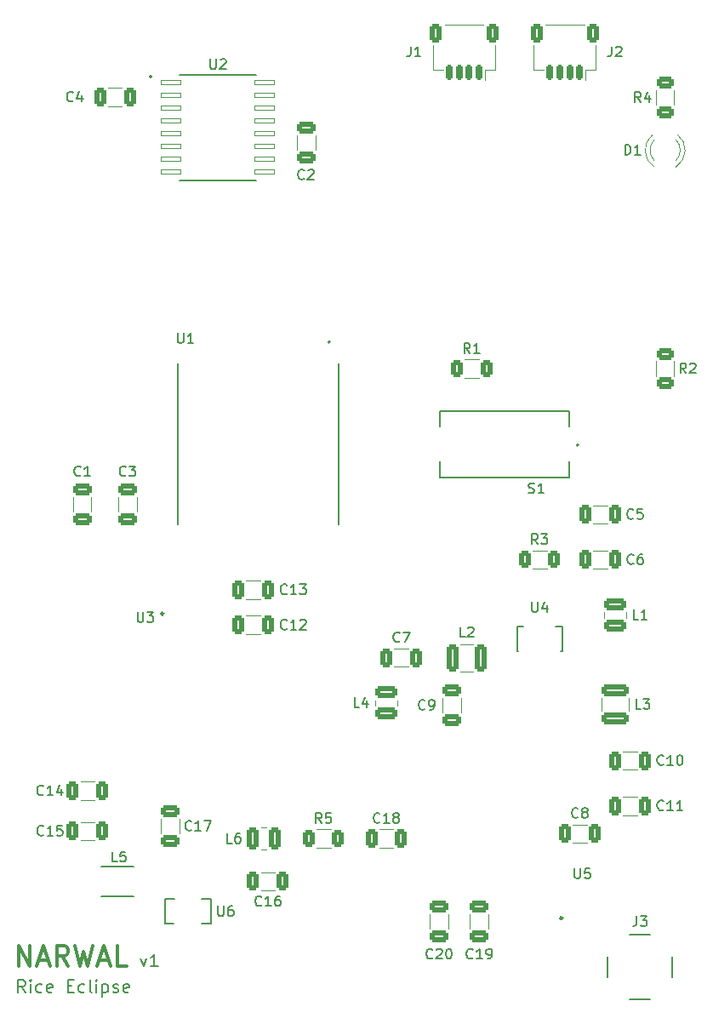
<source format=gto>
%TF.GenerationSoftware,KiCad,Pcbnew,(6.0.7)*%
%TF.CreationDate,2022-12-07T20:31:12-06:00*%
%TF.ProjectId,Narwal_v1,4e617277-616c-45f7-9631-2e6b69636164,1*%
%TF.SameCoordinates,Original*%
%TF.FileFunction,Legend,Top*%
%TF.FilePolarity,Positive*%
%FSLAX46Y46*%
G04 Gerber Fmt 4.6, Leading zero omitted, Abs format (unit mm)*
G04 Created by KiCad (PCBNEW (6.0.7)) date 2022-12-07 20:31:12*
%MOMM*%
%LPD*%
G01*
G04 APERTURE LIST*
G04 Aperture macros list*
%AMRoundRect*
0 Rectangle with rounded corners*
0 $1 Rounding radius*
0 $2 $3 $4 $5 $6 $7 $8 $9 X,Y pos of 4 corners*
0 Add a 4 corners polygon primitive as box body*
4,1,4,$2,$3,$4,$5,$6,$7,$8,$9,$2,$3,0*
0 Add four circle primitives for the rounded corners*
1,1,$1+$1,$2,$3*
1,1,$1+$1,$4,$5*
1,1,$1+$1,$6,$7*
1,1,$1+$1,$8,$9*
0 Add four rect primitives between the rounded corners*
20,1,$1+$1,$2,$3,$4,$5,0*
20,1,$1+$1,$4,$5,$6,$7,0*
20,1,$1+$1,$6,$7,$8,$9,0*
20,1,$1+$1,$8,$9,$2,$3,0*%
%AMFreePoly0*
4,1,11,0.965200,2.159000,0.965200,-0.254000,0.457200,-0.762000,0.457200,-2.667000,-0.457200,-2.667000,-0.457200,-0.762000,-0.965200,-0.254000,-0.965200,2.159000,-0.457200,2.667000,0.457200,2.667000,0.965200,2.159000,0.965200,2.159000,$1*%
G04 Aperture macros list end*
%ADD10C,0.200000*%
%ADD11C,0.300000*%
%ADD12C,0.150000*%
%ADD13C,0.127000*%
%ADD14C,0.120000*%
%ADD15C,0.250000*%
%ADD16C,0.203200*%
%ADD17C,0.010000*%
%ADD18C,1.800000*%
%ADD19R,1.800000X1.800000*%
%ADD20C,2.775000*%
%ADD21R,2.775000X2.775000*%
%ADD22RoundRect,0.250000X-0.625000X0.312500X-0.625000X-0.312500X0.625000X-0.312500X0.625000X0.312500X0*%
%ADD23RoundRect,0.250000X0.312500X0.625000X-0.312500X0.625000X-0.312500X-0.625000X0.312500X-0.625000X0*%
%ADD24C,5.000000*%
%ADD25RoundRect,0.250000X-0.850000X0.375000X-0.850000X-0.375000X0.850000X-0.375000X0.850000X0.375000X0*%
%ADD26RoundRect,0.250000X0.650000X-0.325000X0.650000X0.325000X-0.650000X0.325000X-0.650000X-0.325000X0*%
%ADD27RoundRect,0.250000X-0.375000X-1.075000X0.375000X-1.075000X0.375000X1.075000X-0.375000X1.075000X0*%
%ADD28R,2.700000X2.700000*%
%ADD29R,0.250000X0.850000*%
%ADD30R,0.850000X0.250000*%
%ADD31RoundRect,0.250000X-0.325000X-0.650000X0.325000X-0.650000X0.325000X0.650000X-0.325000X0.650000X0*%
%ADD32RoundRect,0.250000X0.350000X0.650000X-0.350000X0.650000X-0.350000X-0.650000X0.350000X-0.650000X0*%
%ADD33RoundRect,0.150000X0.150000X0.625000X-0.150000X0.625000X-0.150000X-0.625000X0.150000X-0.625000X0*%
%ADD34C,1.524000*%
%ADD35R,1.524000X1.524000*%
%ADD36RoundRect,0.250000X-0.650000X0.325000X-0.650000X-0.325000X0.650000X-0.325000X0.650000X0.325000X0*%
%ADD37R,0.610000X1.350000*%
%ADD38RoundRect,0.041300X-0.983700X-0.253700X0.983700X-0.253700X0.983700X0.253700X-0.983700X0.253700X0*%
%ADD39RoundRect,0.250000X0.325000X0.650000X-0.325000X0.650000X-0.325000X-0.650000X0.325000X-0.650000X0*%
%ADD40C,1.920000*%
%ADD41C,1.508000*%
%ADD42RoundRect,0.250000X-0.312500X-0.625000X0.312500X-0.625000X0.312500X0.625000X-0.312500X0.625000X0*%
%ADD43R,1.200000X2.800000*%
%ADD44RoundRect,0.250000X-1.075000X0.375000X-1.075000X-0.375000X1.075000X-0.375000X1.075000X0.375000X0*%
%ADD45RoundRect,0.250000X0.625000X-0.312500X0.625000X0.312500X-0.625000X0.312500X-0.625000X-0.312500X0*%
%ADD46RoundRect,0.250000X-0.375000X-0.850000X0.375000X-0.850000X0.375000X0.850000X-0.375000X0.850000X0*%
%ADD47R,0.711200X1.498600*%
%ADD48FreePoly0,180.000000*%
%ADD49C,0.800000*%
G04 APERTURE END LIST*
D10*
X120308571Y-144132142D02*
X120606190Y-144965476D01*
X120903809Y-144132142D01*
X122034761Y-144965476D02*
X121320476Y-144965476D01*
X121677619Y-144965476D02*
X121677619Y-143715476D01*
X121558571Y-143894047D01*
X121439523Y-144013095D01*
X121320476Y-144072619D01*
D11*
X108171190Y-144904761D02*
X108171190Y-142904761D01*
X109314047Y-144904761D01*
X109314047Y-142904761D01*
X110171190Y-144333333D02*
X111123571Y-144333333D01*
X109980714Y-144904761D02*
X110647380Y-142904761D01*
X111314047Y-144904761D01*
X113123571Y-144904761D02*
X112456904Y-143952380D01*
X111980714Y-144904761D02*
X111980714Y-142904761D01*
X112742619Y-142904761D01*
X112933095Y-143000000D01*
X113028333Y-143095238D01*
X113123571Y-143285714D01*
X113123571Y-143571428D01*
X113028333Y-143761904D01*
X112933095Y-143857142D01*
X112742619Y-143952380D01*
X111980714Y-143952380D01*
X113790238Y-142904761D02*
X114266428Y-144904761D01*
X114647380Y-143476190D01*
X115028333Y-144904761D01*
X115504523Y-142904761D01*
X116171190Y-144333333D02*
X117123571Y-144333333D01*
X115980714Y-144904761D02*
X116647380Y-142904761D01*
X117314047Y-144904761D01*
X118933095Y-144904761D02*
X117980714Y-144904761D01*
X117980714Y-142904761D01*
D10*
X108816904Y-147565476D02*
X108400238Y-146970238D01*
X108102619Y-147565476D02*
X108102619Y-146315476D01*
X108578809Y-146315476D01*
X108697857Y-146375000D01*
X108757380Y-146434523D01*
X108816904Y-146553571D01*
X108816904Y-146732142D01*
X108757380Y-146851190D01*
X108697857Y-146910714D01*
X108578809Y-146970238D01*
X108102619Y-146970238D01*
X109352619Y-147565476D02*
X109352619Y-146732142D01*
X109352619Y-146315476D02*
X109293095Y-146375000D01*
X109352619Y-146434523D01*
X109412142Y-146375000D01*
X109352619Y-146315476D01*
X109352619Y-146434523D01*
X110483571Y-147505952D02*
X110364523Y-147565476D01*
X110126428Y-147565476D01*
X110007380Y-147505952D01*
X109947857Y-147446428D01*
X109888333Y-147327380D01*
X109888333Y-146970238D01*
X109947857Y-146851190D01*
X110007380Y-146791666D01*
X110126428Y-146732142D01*
X110364523Y-146732142D01*
X110483571Y-146791666D01*
X111495476Y-147505952D02*
X111376428Y-147565476D01*
X111138333Y-147565476D01*
X111019285Y-147505952D01*
X110959761Y-147386904D01*
X110959761Y-146910714D01*
X111019285Y-146791666D01*
X111138333Y-146732142D01*
X111376428Y-146732142D01*
X111495476Y-146791666D01*
X111555000Y-146910714D01*
X111555000Y-147029761D01*
X110959761Y-147148809D01*
X113043095Y-146910714D02*
X113459761Y-146910714D01*
X113638333Y-147565476D02*
X113043095Y-147565476D01*
X113043095Y-146315476D01*
X113638333Y-146315476D01*
X114709761Y-147505952D02*
X114590714Y-147565476D01*
X114352619Y-147565476D01*
X114233571Y-147505952D01*
X114174047Y-147446428D01*
X114114523Y-147327380D01*
X114114523Y-146970238D01*
X114174047Y-146851190D01*
X114233571Y-146791666D01*
X114352619Y-146732142D01*
X114590714Y-146732142D01*
X114709761Y-146791666D01*
X115424047Y-147565476D02*
X115305000Y-147505952D01*
X115245476Y-147386904D01*
X115245476Y-146315476D01*
X115900238Y-147565476D02*
X115900238Y-146732142D01*
X115900238Y-146315476D02*
X115840714Y-146375000D01*
X115900238Y-146434523D01*
X115959761Y-146375000D01*
X115900238Y-146315476D01*
X115900238Y-146434523D01*
X116495476Y-146732142D02*
X116495476Y-147982142D01*
X116495476Y-146791666D02*
X116614523Y-146732142D01*
X116852619Y-146732142D01*
X116971666Y-146791666D01*
X117031190Y-146851190D01*
X117090714Y-146970238D01*
X117090714Y-147327380D01*
X117031190Y-147446428D01*
X116971666Y-147505952D01*
X116852619Y-147565476D01*
X116614523Y-147565476D01*
X116495476Y-147505952D01*
X117566904Y-147505952D02*
X117685952Y-147565476D01*
X117924047Y-147565476D01*
X118043095Y-147505952D01*
X118102619Y-147386904D01*
X118102619Y-147327380D01*
X118043095Y-147208333D01*
X117924047Y-147148809D01*
X117745476Y-147148809D01*
X117626428Y-147089285D01*
X117566904Y-146970238D01*
X117566904Y-146910714D01*
X117626428Y-146791666D01*
X117745476Y-146732142D01*
X117924047Y-146732142D01*
X118043095Y-146791666D01*
X119114523Y-147505952D02*
X118995476Y-147565476D01*
X118757380Y-147565476D01*
X118638333Y-147505952D01*
X118578809Y-147386904D01*
X118578809Y-146910714D01*
X118638333Y-146791666D01*
X118757380Y-146732142D01*
X118995476Y-146732142D01*
X119114523Y-146791666D01*
X119174047Y-146910714D01*
X119174047Y-147029761D01*
X118578809Y-147148809D01*
D12*
X117968333Y-134547380D02*
X117492142Y-134547380D01*
X117492142Y-133547380D01*
X118777857Y-133547380D02*
X118301666Y-133547380D01*
X118254047Y-134023571D01*
X118301666Y-133975952D01*
X118396904Y-133928333D01*
X118635000Y-133928333D01*
X118730238Y-133975952D01*
X118777857Y-134023571D01*
X118825476Y-134118809D01*
X118825476Y-134356904D01*
X118777857Y-134452142D01*
X118730238Y-134499761D01*
X118635000Y-134547380D01*
X118396904Y-134547380D01*
X118301666Y-134499761D01*
X118254047Y-134452142D01*
X168511904Y-64222380D02*
X168511904Y-63222380D01*
X168750000Y-63222380D01*
X168892857Y-63270000D01*
X168988095Y-63365238D01*
X169035714Y-63460476D01*
X169083333Y-63650952D01*
X169083333Y-63793809D01*
X169035714Y-63984285D01*
X168988095Y-64079523D01*
X168892857Y-64174761D01*
X168750000Y-64222380D01*
X168511904Y-64222380D01*
X170035714Y-64222380D02*
X169464285Y-64222380D01*
X169750000Y-64222380D02*
X169750000Y-63222380D01*
X169654761Y-63365238D01*
X169559523Y-63460476D01*
X169464285Y-63508095D01*
X158913095Y-97849761D02*
X159055952Y-97897380D01*
X159294047Y-97897380D01*
X159389285Y-97849761D01*
X159436904Y-97802142D01*
X159484523Y-97706904D01*
X159484523Y-97611666D01*
X159436904Y-97516428D01*
X159389285Y-97468809D01*
X159294047Y-97421190D01*
X159103571Y-97373571D01*
X159008333Y-97325952D01*
X158960714Y-97278333D01*
X158913095Y-97183095D01*
X158913095Y-97087857D01*
X158960714Y-96992619D01*
X159008333Y-96945000D01*
X159103571Y-96897380D01*
X159341666Y-96897380D01*
X159484523Y-96945000D01*
X160436904Y-97897380D02*
X159865476Y-97897380D01*
X160151190Y-97897380D02*
X160151190Y-96897380D01*
X160055952Y-97040238D01*
X159960714Y-97135476D01*
X159865476Y-97183095D01*
X174583333Y-85952380D02*
X174250000Y-85476190D01*
X174011904Y-85952380D02*
X174011904Y-84952380D01*
X174392857Y-84952380D01*
X174488095Y-85000000D01*
X174535714Y-85047619D01*
X174583333Y-85142857D01*
X174583333Y-85285714D01*
X174535714Y-85380952D01*
X174488095Y-85428571D01*
X174392857Y-85476190D01*
X174011904Y-85476190D01*
X174964285Y-85047619D02*
X175011904Y-85000000D01*
X175107142Y-84952380D01*
X175345238Y-84952380D01*
X175440476Y-85000000D01*
X175488095Y-85047619D01*
X175535714Y-85142857D01*
X175535714Y-85238095D01*
X175488095Y-85380952D01*
X174916666Y-85952380D01*
X175535714Y-85952380D01*
X153083333Y-83952380D02*
X152750000Y-83476190D01*
X152511904Y-83952380D02*
X152511904Y-82952380D01*
X152892857Y-82952380D01*
X152988095Y-83000000D01*
X153035714Y-83047619D01*
X153083333Y-83142857D01*
X153083333Y-83285714D01*
X153035714Y-83380952D01*
X152988095Y-83428571D01*
X152892857Y-83476190D01*
X152511904Y-83476190D01*
X154035714Y-83952380D02*
X153464285Y-83952380D01*
X153750000Y-83952380D02*
X153750000Y-82952380D01*
X153654761Y-83095238D01*
X153559523Y-83190476D01*
X153464285Y-83238095D01*
X142083333Y-119202380D02*
X141607142Y-119202380D01*
X141607142Y-118202380D01*
X142845238Y-118535714D02*
X142845238Y-119202380D01*
X142607142Y-118154761D02*
X142369047Y-118869047D01*
X142988095Y-118869047D01*
X125357142Y-131357142D02*
X125309523Y-131404761D01*
X125166666Y-131452380D01*
X125071428Y-131452380D01*
X124928571Y-131404761D01*
X124833333Y-131309523D01*
X124785714Y-131214285D01*
X124738095Y-131023809D01*
X124738095Y-130880952D01*
X124785714Y-130690476D01*
X124833333Y-130595238D01*
X124928571Y-130500000D01*
X125071428Y-130452380D01*
X125166666Y-130452380D01*
X125309523Y-130500000D01*
X125357142Y-130547619D01*
X126309523Y-131452380D02*
X125738095Y-131452380D01*
X126023809Y-131452380D02*
X126023809Y-130452380D01*
X125928571Y-130595238D01*
X125833333Y-130690476D01*
X125738095Y-130738095D01*
X126642857Y-130452380D02*
X127309523Y-130452380D01*
X126880952Y-131452380D01*
X159833333Y-102952380D02*
X159500000Y-102476190D01*
X159261904Y-102952380D02*
X159261904Y-101952380D01*
X159642857Y-101952380D01*
X159738095Y-102000000D01*
X159785714Y-102047619D01*
X159833333Y-102142857D01*
X159833333Y-102285714D01*
X159785714Y-102380952D01*
X159738095Y-102428571D01*
X159642857Y-102476190D01*
X159261904Y-102476190D01*
X160166666Y-101952380D02*
X160785714Y-101952380D01*
X160452380Y-102333333D01*
X160595238Y-102333333D01*
X160690476Y-102380952D01*
X160738095Y-102428571D01*
X160785714Y-102523809D01*
X160785714Y-102761904D01*
X160738095Y-102857142D01*
X160690476Y-102904761D01*
X160595238Y-102952380D01*
X160309523Y-102952380D01*
X160214285Y-102904761D01*
X160166666Y-102857142D01*
X152583333Y-112202380D02*
X152107142Y-112202380D01*
X152107142Y-111202380D01*
X152869047Y-111297619D02*
X152916666Y-111250000D01*
X153011904Y-111202380D01*
X153250000Y-111202380D01*
X153345238Y-111250000D01*
X153392857Y-111297619D01*
X153440476Y-111392857D01*
X153440476Y-111488095D01*
X153392857Y-111630952D01*
X152821428Y-112202380D01*
X153440476Y-112202380D01*
X163488095Y-135202380D02*
X163488095Y-136011904D01*
X163535714Y-136107142D01*
X163583333Y-136154761D01*
X163678571Y-136202380D01*
X163869047Y-136202380D01*
X163964285Y-136154761D01*
X164011904Y-136107142D01*
X164059523Y-136011904D01*
X164059523Y-135202380D01*
X165011904Y-135202380D02*
X164535714Y-135202380D01*
X164488095Y-135678571D01*
X164535714Y-135630952D01*
X164630952Y-135583333D01*
X164869047Y-135583333D01*
X164964285Y-135630952D01*
X165011904Y-135678571D01*
X165059523Y-135773809D01*
X165059523Y-136011904D01*
X165011904Y-136107142D01*
X164964285Y-136154761D01*
X164869047Y-136202380D01*
X164630952Y-136202380D01*
X164535714Y-136154761D01*
X164488095Y-136107142D01*
X172332142Y-124857142D02*
X172284523Y-124904761D01*
X172141666Y-124952380D01*
X172046428Y-124952380D01*
X171903571Y-124904761D01*
X171808333Y-124809523D01*
X171760714Y-124714285D01*
X171713095Y-124523809D01*
X171713095Y-124380952D01*
X171760714Y-124190476D01*
X171808333Y-124095238D01*
X171903571Y-124000000D01*
X172046428Y-123952380D01*
X172141666Y-123952380D01*
X172284523Y-124000000D01*
X172332142Y-124047619D01*
X173284523Y-124952380D02*
X172713095Y-124952380D01*
X172998809Y-124952380D02*
X172998809Y-123952380D01*
X172903571Y-124095238D01*
X172808333Y-124190476D01*
X172713095Y-124238095D01*
X173903571Y-123952380D02*
X173998809Y-123952380D01*
X174094047Y-124000000D01*
X174141666Y-124047619D01*
X174189285Y-124142857D01*
X174236904Y-124333333D01*
X174236904Y-124571428D01*
X174189285Y-124761904D01*
X174141666Y-124857142D01*
X174094047Y-124904761D01*
X173998809Y-124952380D01*
X173903571Y-124952380D01*
X173808333Y-124904761D01*
X173760714Y-124857142D01*
X173713095Y-124761904D01*
X173665476Y-124571428D01*
X173665476Y-124333333D01*
X173713095Y-124142857D01*
X173760714Y-124047619D01*
X173808333Y-124000000D01*
X173903571Y-123952380D01*
X167166666Y-53452380D02*
X167166666Y-54166666D01*
X167119047Y-54309523D01*
X167023809Y-54404761D01*
X166880952Y-54452380D01*
X166785714Y-54452380D01*
X167595238Y-53547619D02*
X167642857Y-53500000D01*
X167738095Y-53452380D01*
X167976190Y-53452380D01*
X168071428Y-53500000D01*
X168119047Y-53547619D01*
X168166666Y-53642857D01*
X168166666Y-53738095D01*
X168119047Y-53880952D01*
X167547619Y-54452380D01*
X168166666Y-54452380D01*
X169833333Y-110452380D02*
X169357142Y-110452380D01*
X169357142Y-109452380D01*
X170690476Y-110452380D02*
X170119047Y-110452380D01*
X170404761Y-110452380D02*
X170404761Y-109452380D01*
X170309523Y-109595238D01*
X170214285Y-109690476D01*
X170119047Y-109738095D01*
X153357142Y-144107142D02*
X153309523Y-144154761D01*
X153166666Y-144202380D01*
X153071428Y-144202380D01*
X152928571Y-144154761D01*
X152833333Y-144059523D01*
X152785714Y-143964285D01*
X152738095Y-143773809D01*
X152738095Y-143630952D01*
X152785714Y-143440476D01*
X152833333Y-143345238D01*
X152928571Y-143250000D01*
X153071428Y-143202380D01*
X153166666Y-143202380D01*
X153309523Y-143250000D01*
X153357142Y-143297619D01*
X154309523Y-144202380D02*
X153738095Y-144202380D01*
X154023809Y-144202380D02*
X154023809Y-143202380D01*
X153928571Y-143345238D01*
X153833333Y-143440476D01*
X153738095Y-143488095D01*
X154785714Y-144202380D02*
X154976190Y-144202380D01*
X155071428Y-144154761D01*
X155119047Y-144107142D01*
X155214285Y-143964285D01*
X155261904Y-143773809D01*
X155261904Y-143392857D01*
X155214285Y-143297619D01*
X155166666Y-143250000D01*
X155071428Y-143202380D01*
X154880952Y-143202380D01*
X154785714Y-143250000D01*
X154738095Y-143297619D01*
X154690476Y-143392857D01*
X154690476Y-143630952D01*
X154738095Y-143726190D01*
X154785714Y-143773809D01*
X154880952Y-143821428D01*
X155071428Y-143821428D01*
X155166666Y-143773809D01*
X155214285Y-143726190D01*
X155261904Y-143630952D01*
X159238095Y-108702380D02*
X159238095Y-109511904D01*
X159285714Y-109607142D01*
X159333333Y-109654761D01*
X159428571Y-109702380D01*
X159619047Y-109702380D01*
X159714285Y-109654761D01*
X159761904Y-109607142D01*
X159809523Y-109511904D01*
X159809523Y-108702380D01*
X160714285Y-109035714D02*
X160714285Y-109702380D01*
X160476190Y-108654761D02*
X160238095Y-109369047D01*
X160857142Y-109369047D01*
X149357142Y-144107142D02*
X149309523Y-144154761D01*
X149166666Y-144202380D01*
X149071428Y-144202380D01*
X148928571Y-144154761D01*
X148833333Y-144059523D01*
X148785714Y-143964285D01*
X148738095Y-143773809D01*
X148738095Y-143630952D01*
X148785714Y-143440476D01*
X148833333Y-143345238D01*
X148928571Y-143250000D01*
X149071428Y-143202380D01*
X149166666Y-143202380D01*
X149309523Y-143250000D01*
X149357142Y-143297619D01*
X149738095Y-143297619D02*
X149785714Y-143250000D01*
X149880952Y-143202380D01*
X150119047Y-143202380D01*
X150214285Y-143250000D01*
X150261904Y-143297619D01*
X150309523Y-143392857D01*
X150309523Y-143488095D01*
X150261904Y-143630952D01*
X149690476Y-144202380D01*
X150309523Y-144202380D01*
X150928571Y-143202380D02*
X151023809Y-143202380D01*
X151119047Y-143250000D01*
X151166666Y-143297619D01*
X151214285Y-143392857D01*
X151261904Y-143583333D01*
X151261904Y-143821428D01*
X151214285Y-144011904D01*
X151166666Y-144107142D01*
X151119047Y-144154761D01*
X151023809Y-144202380D01*
X150928571Y-144202380D01*
X150833333Y-144154761D01*
X150785714Y-144107142D01*
X150738095Y-144011904D01*
X150690476Y-143821428D01*
X150690476Y-143583333D01*
X150738095Y-143392857D01*
X150785714Y-143297619D01*
X150833333Y-143250000D01*
X150928571Y-143202380D01*
X134857142Y-107857142D02*
X134809523Y-107904761D01*
X134666666Y-107952380D01*
X134571428Y-107952380D01*
X134428571Y-107904761D01*
X134333333Y-107809523D01*
X134285714Y-107714285D01*
X134238095Y-107523809D01*
X134238095Y-107380952D01*
X134285714Y-107190476D01*
X134333333Y-107095238D01*
X134428571Y-107000000D01*
X134571428Y-106952380D01*
X134666666Y-106952380D01*
X134809523Y-107000000D01*
X134857142Y-107047619D01*
X135809523Y-107952380D02*
X135238095Y-107952380D01*
X135523809Y-107952380D02*
X135523809Y-106952380D01*
X135428571Y-107095238D01*
X135333333Y-107190476D01*
X135238095Y-107238095D01*
X136142857Y-106952380D02*
X136761904Y-106952380D01*
X136428571Y-107333333D01*
X136571428Y-107333333D01*
X136666666Y-107380952D01*
X136714285Y-107428571D01*
X136761904Y-107523809D01*
X136761904Y-107761904D01*
X136714285Y-107857142D01*
X136666666Y-107904761D01*
X136571428Y-107952380D01*
X136285714Y-107952380D01*
X136190476Y-107904761D01*
X136142857Y-107857142D01*
X118833333Y-96107142D02*
X118785714Y-96154761D01*
X118642857Y-96202380D01*
X118547619Y-96202380D01*
X118404761Y-96154761D01*
X118309523Y-96059523D01*
X118261904Y-95964285D01*
X118214285Y-95773809D01*
X118214285Y-95630952D01*
X118261904Y-95440476D01*
X118309523Y-95345238D01*
X118404761Y-95250000D01*
X118547619Y-95202380D01*
X118642857Y-95202380D01*
X118785714Y-95250000D01*
X118833333Y-95297619D01*
X119166666Y-95202380D02*
X119785714Y-95202380D01*
X119452380Y-95583333D01*
X119595238Y-95583333D01*
X119690476Y-95630952D01*
X119738095Y-95678571D01*
X119785714Y-95773809D01*
X119785714Y-96011904D01*
X119738095Y-96107142D01*
X119690476Y-96154761D01*
X119595238Y-96202380D01*
X119309523Y-96202380D01*
X119214285Y-96154761D01*
X119166666Y-96107142D01*
X134857142Y-111357142D02*
X134809523Y-111404761D01*
X134666666Y-111452380D01*
X134571428Y-111452380D01*
X134428571Y-111404761D01*
X134333333Y-111309523D01*
X134285714Y-111214285D01*
X134238095Y-111023809D01*
X134238095Y-110880952D01*
X134285714Y-110690476D01*
X134333333Y-110595238D01*
X134428571Y-110500000D01*
X134571428Y-110452380D01*
X134666666Y-110452380D01*
X134809523Y-110500000D01*
X134857142Y-110547619D01*
X135809523Y-111452380D02*
X135238095Y-111452380D01*
X135523809Y-111452380D02*
X135523809Y-110452380D01*
X135428571Y-110595238D01*
X135333333Y-110690476D01*
X135238095Y-110738095D01*
X136190476Y-110547619D02*
X136238095Y-110500000D01*
X136333333Y-110452380D01*
X136571428Y-110452380D01*
X136666666Y-110500000D01*
X136714285Y-110547619D01*
X136761904Y-110642857D01*
X136761904Y-110738095D01*
X136714285Y-110880952D01*
X136142857Y-111452380D01*
X136761904Y-111452380D01*
X113583333Y-58857142D02*
X113535714Y-58904761D01*
X113392857Y-58952380D01*
X113297619Y-58952380D01*
X113154761Y-58904761D01*
X113059523Y-58809523D01*
X113011904Y-58714285D01*
X112964285Y-58523809D01*
X112964285Y-58380952D01*
X113011904Y-58190476D01*
X113059523Y-58095238D01*
X113154761Y-58000000D01*
X113297619Y-57952380D01*
X113392857Y-57952380D01*
X113535714Y-58000000D01*
X113583333Y-58047619D01*
X114440476Y-58285714D02*
X114440476Y-58952380D01*
X114202380Y-57904761D02*
X113964285Y-58619047D01*
X114583333Y-58619047D01*
X127238095Y-54702380D02*
X127238095Y-55511904D01*
X127285714Y-55607142D01*
X127333333Y-55654761D01*
X127428571Y-55702380D01*
X127619047Y-55702380D01*
X127714285Y-55654761D01*
X127761904Y-55607142D01*
X127809523Y-55511904D01*
X127809523Y-54702380D01*
X128238095Y-54797619D02*
X128285714Y-54750000D01*
X128380952Y-54702380D01*
X128619047Y-54702380D01*
X128714285Y-54750000D01*
X128761904Y-54797619D01*
X128809523Y-54892857D01*
X128809523Y-54988095D01*
X128761904Y-55130952D01*
X128190476Y-55702380D01*
X128809523Y-55702380D01*
X144107142Y-130607142D02*
X144059523Y-130654761D01*
X143916666Y-130702380D01*
X143821428Y-130702380D01*
X143678571Y-130654761D01*
X143583333Y-130559523D01*
X143535714Y-130464285D01*
X143488095Y-130273809D01*
X143488095Y-130130952D01*
X143535714Y-129940476D01*
X143583333Y-129845238D01*
X143678571Y-129750000D01*
X143821428Y-129702380D01*
X143916666Y-129702380D01*
X144059523Y-129750000D01*
X144107142Y-129797619D01*
X145059523Y-130702380D02*
X144488095Y-130702380D01*
X144773809Y-130702380D02*
X144773809Y-129702380D01*
X144678571Y-129845238D01*
X144583333Y-129940476D01*
X144488095Y-129988095D01*
X145630952Y-130130952D02*
X145535714Y-130083333D01*
X145488095Y-130035714D01*
X145440476Y-129940476D01*
X145440476Y-129892857D01*
X145488095Y-129797619D01*
X145535714Y-129750000D01*
X145630952Y-129702380D01*
X145821428Y-129702380D01*
X145916666Y-129750000D01*
X145964285Y-129797619D01*
X146011904Y-129892857D01*
X146011904Y-129940476D01*
X145964285Y-130035714D01*
X145916666Y-130083333D01*
X145821428Y-130130952D01*
X145630952Y-130130952D01*
X145535714Y-130178571D01*
X145488095Y-130226190D01*
X145440476Y-130321428D01*
X145440476Y-130511904D01*
X145488095Y-130607142D01*
X145535714Y-130654761D01*
X145630952Y-130702380D01*
X145821428Y-130702380D01*
X145916666Y-130654761D01*
X145964285Y-130607142D01*
X146011904Y-130511904D01*
X146011904Y-130321428D01*
X145964285Y-130226190D01*
X145916666Y-130178571D01*
X145821428Y-130130952D01*
X146083333Y-112607142D02*
X146035714Y-112654761D01*
X145892857Y-112702380D01*
X145797619Y-112702380D01*
X145654761Y-112654761D01*
X145559523Y-112559523D01*
X145511904Y-112464285D01*
X145464285Y-112273809D01*
X145464285Y-112130952D01*
X145511904Y-111940476D01*
X145559523Y-111845238D01*
X145654761Y-111750000D01*
X145797619Y-111702380D01*
X145892857Y-111702380D01*
X146035714Y-111750000D01*
X146083333Y-111797619D01*
X146416666Y-111702380D02*
X147083333Y-111702380D01*
X146654761Y-112702380D01*
X136583333Y-66607142D02*
X136535714Y-66654761D01*
X136392857Y-66702380D01*
X136297619Y-66702380D01*
X136154761Y-66654761D01*
X136059523Y-66559523D01*
X136011904Y-66464285D01*
X135964285Y-66273809D01*
X135964285Y-66130952D01*
X136011904Y-65940476D01*
X136059523Y-65845238D01*
X136154761Y-65750000D01*
X136297619Y-65702380D01*
X136392857Y-65702380D01*
X136535714Y-65750000D01*
X136583333Y-65797619D01*
X136964285Y-65797619D02*
X137011904Y-65750000D01*
X137107142Y-65702380D01*
X137345238Y-65702380D01*
X137440476Y-65750000D01*
X137488095Y-65797619D01*
X137535714Y-65892857D01*
X137535714Y-65988095D01*
X137488095Y-66130952D01*
X136916666Y-66702380D01*
X137535714Y-66702380D01*
X132332142Y-138857142D02*
X132284523Y-138904761D01*
X132141666Y-138952380D01*
X132046428Y-138952380D01*
X131903571Y-138904761D01*
X131808333Y-138809523D01*
X131760714Y-138714285D01*
X131713095Y-138523809D01*
X131713095Y-138380952D01*
X131760714Y-138190476D01*
X131808333Y-138095238D01*
X131903571Y-138000000D01*
X132046428Y-137952380D01*
X132141666Y-137952380D01*
X132284523Y-138000000D01*
X132332142Y-138047619D01*
X133284523Y-138952380D02*
X132713095Y-138952380D01*
X132998809Y-138952380D02*
X132998809Y-137952380D01*
X132903571Y-138095238D01*
X132808333Y-138190476D01*
X132713095Y-138238095D01*
X134141666Y-137952380D02*
X133951190Y-137952380D01*
X133855952Y-138000000D01*
X133808333Y-138047619D01*
X133713095Y-138190476D01*
X133665476Y-138380952D01*
X133665476Y-138761904D01*
X133713095Y-138857142D01*
X133760714Y-138904761D01*
X133855952Y-138952380D01*
X134046428Y-138952380D01*
X134141666Y-138904761D01*
X134189285Y-138857142D01*
X134236904Y-138761904D01*
X134236904Y-138523809D01*
X134189285Y-138428571D01*
X134141666Y-138380952D01*
X134046428Y-138333333D01*
X133855952Y-138333333D01*
X133760714Y-138380952D01*
X133713095Y-138428571D01*
X133665476Y-138523809D01*
X110632142Y-127857142D02*
X110584523Y-127904761D01*
X110441666Y-127952380D01*
X110346428Y-127952380D01*
X110203571Y-127904761D01*
X110108333Y-127809523D01*
X110060714Y-127714285D01*
X110013095Y-127523809D01*
X110013095Y-127380952D01*
X110060714Y-127190476D01*
X110108333Y-127095238D01*
X110203571Y-127000000D01*
X110346428Y-126952380D01*
X110441666Y-126952380D01*
X110584523Y-127000000D01*
X110632142Y-127047619D01*
X111584523Y-127952380D02*
X111013095Y-127952380D01*
X111298809Y-127952380D02*
X111298809Y-126952380D01*
X111203571Y-127095238D01*
X111108333Y-127190476D01*
X111013095Y-127238095D01*
X112441666Y-127285714D02*
X112441666Y-127952380D01*
X112203571Y-126904761D02*
X111965476Y-127619047D01*
X112584523Y-127619047D01*
X169333333Y-100357142D02*
X169285714Y-100404761D01*
X169142857Y-100452380D01*
X169047619Y-100452380D01*
X168904761Y-100404761D01*
X168809523Y-100309523D01*
X168761904Y-100214285D01*
X168714285Y-100023809D01*
X168714285Y-99880952D01*
X168761904Y-99690476D01*
X168809523Y-99595238D01*
X168904761Y-99500000D01*
X169047619Y-99452380D01*
X169142857Y-99452380D01*
X169285714Y-99500000D01*
X169333333Y-99547619D01*
X170238095Y-99452380D02*
X169761904Y-99452380D01*
X169714285Y-99928571D01*
X169761904Y-99880952D01*
X169857142Y-99833333D01*
X170095238Y-99833333D01*
X170190476Y-99880952D01*
X170238095Y-99928571D01*
X170285714Y-100023809D01*
X170285714Y-100261904D01*
X170238095Y-100357142D01*
X170190476Y-100404761D01*
X170095238Y-100452380D01*
X169857142Y-100452380D01*
X169761904Y-100404761D01*
X169714285Y-100357142D01*
X169666666Y-139952380D02*
X169666666Y-140666666D01*
X169619047Y-140809523D01*
X169523809Y-140904761D01*
X169380952Y-140952380D01*
X169285714Y-140952380D01*
X170047619Y-139952380D02*
X170666666Y-139952380D01*
X170333333Y-140333333D01*
X170476190Y-140333333D01*
X170571428Y-140380952D01*
X170619047Y-140428571D01*
X170666666Y-140523809D01*
X170666666Y-140761904D01*
X170619047Y-140857142D01*
X170571428Y-140904761D01*
X170476190Y-140952380D01*
X170190476Y-140952380D01*
X170095238Y-140904761D01*
X170047619Y-140857142D01*
X138333333Y-130702380D02*
X138000000Y-130226190D01*
X137761904Y-130702380D02*
X137761904Y-129702380D01*
X138142857Y-129702380D01*
X138238095Y-129750000D01*
X138285714Y-129797619D01*
X138333333Y-129892857D01*
X138333333Y-130035714D01*
X138285714Y-130130952D01*
X138238095Y-130178571D01*
X138142857Y-130226190D01*
X137761904Y-130226190D01*
X139238095Y-129702380D02*
X138761904Y-129702380D01*
X138714285Y-130178571D01*
X138761904Y-130130952D01*
X138857142Y-130083333D01*
X139095238Y-130083333D01*
X139190476Y-130130952D01*
X139238095Y-130178571D01*
X139285714Y-130273809D01*
X139285714Y-130511904D01*
X139238095Y-130607142D01*
X139190476Y-130654761D01*
X139095238Y-130702380D01*
X138857142Y-130702380D01*
X138761904Y-130654761D01*
X138714285Y-130607142D01*
X114333333Y-96107142D02*
X114285714Y-96154761D01*
X114142857Y-96202380D01*
X114047619Y-96202380D01*
X113904761Y-96154761D01*
X113809523Y-96059523D01*
X113761904Y-95964285D01*
X113714285Y-95773809D01*
X113714285Y-95630952D01*
X113761904Y-95440476D01*
X113809523Y-95345238D01*
X113904761Y-95250000D01*
X114047619Y-95202380D01*
X114142857Y-95202380D01*
X114285714Y-95250000D01*
X114333333Y-95297619D01*
X115285714Y-96202380D02*
X114714285Y-96202380D01*
X115000000Y-96202380D02*
X115000000Y-95202380D01*
X114904761Y-95345238D01*
X114809523Y-95440476D01*
X114714285Y-95488095D01*
X123988095Y-81952380D02*
X123988095Y-82761904D01*
X124035714Y-82857142D01*
X124083333Y-82904761D01*
X124178571Y-82952380D01*
X124369047Y-82952380D01*
X124464285Y-82904761D01*
X124511904Y-82857142D01*
X124559523Y-82761904D01*
X124559523Y-81952380D01*
X125559523Y-82952380D02*
X124988095Y-82952380D01*
X125273809Y-82952380D02*
X125273809Y-81952380D01*
X125178571Y-82095238D01*
X125083333Y-82190476D01*
X124988095Y-82238095D01*
X170083333Y-119352380D02*
X169607142Y-119352380D01*
X169607142Y-118352380D01*
X170321428Y-118352380D02*
X170940476Y-118352380D01*
X170607142Y-118733333D01*
X170750000Y-118733333D01*
X170845238Y-118780952D01*
X170892857Y-118828571D01*
X170940476Y-118923809D01*
X170940476Y-119161904D01*
X170892857Y-119257142D01*
X170845238Y-119304761D01*
X170750000Y-119352380D01*
X170464285Y-119352380D01*
X170369047Y-119304761D01*
X170321428Y-119257142D01*
X163833333Y-130107142D02*
X163785714Y-130154761D01*
X163642857Y-130202380D01*
X163547619Y-130202380D01*
X163404761Y-130154761D01*
X163309523Y-130059523D01*
X163261904Y-129964285D01*
X163214285Y-129773809D01*
X163214285Y-129630952D01*
X163261904Y-129440476D01*
X163309523Y-129345238D01*
X163404761Y-129250000D01*
X163547619Y-129202380D01*
X163642857Y-129202380D01*
X163785714Y-129250000D01*
X163833333Y-129297619D01*
X164404761Y-129630952D02*
X164309523Y-129583333D01*
X164261904Y-129535714D01*
X164214285Y-129440476D01*
X164214285Y-129392857D01*
X164261904Y-129297619D01*
X164309523Y-129250000D01*
X164404761Y-129202380D01*
X164595238Y-129202380D01*
X164690476Y-129250000D01*
X164738095Y-129297619D01*
X164785714Y-129392857D01*
X164785714Y-129440476D01*
X164738095Y-129535714D01*
X164690476Y-129583333D01*
X164595238Y-129630952D01*
X164404761Y-129630952D01*
X164309523Y-129678571D01*
X164261904Y-129726190D01*
X164214285Y-129821428D01*
X164214285Y-130011904D01*
X164261904Y-130107142D01*
X164309523Y-130154761D01*
X164404761Y-130202380D01*
X164595238Y-130202380D01*
X164690476Y-130154761D01*
X164738095Y-130107142D01*
X164785714Y-130011904D01*
X164785714Y-129821428D01*
X164738095Y-129726190D01*
X164690476Y-129678571D01*
X164595238Y-129630952D01*
X170083333Y-58989880D02*
X169750000Y-58513690D01*
X169511904Y-58989880D02*
X169511904Y-57989880D01*
X169892857Y-57989880D01*
X169988095Y-58037500D01*
X170035714Y-58085119D01*
X170083333Y-58180357D01*
X170083333Y-58323214D01*
X170035714Y-58418452D01*
X169988095Y-58466071D01*
X169892857Y-58513690D01*
X169511904Y-58513690D01*
X170940476Y-58323214D02*
X170940476Y-58989880D01*
X170702380Y-57942261D02*
X170464285Y-58656547D01*
X171083333Y-58656547D01*
X129408333Y-132702380D02*
X128932142Y-132702380D01*
X128932142Y-131702380D01*
X130170238Y-131702380D02*
X129979761Y-131702380D01*
X129884523Y-131750000D01*
X129836904Y-131797619D01*
X129741666Y-131940476D01*
X129694047Y-132130952D01*
X129694047Y-132511904D01*
X129741666Y-132607142D01*
X129789285Y-132654761D01*
X129884523Y-132702380D01*
X130075000Y-132702380D01*
X130170238Y-132654761D01*
X130217857Y-132607142D01*
X130265476Y-132511904D01*
X130265476Y-132273809D01*
X130217857Y-132178571D01*
X130170238Y-132130952D01*
X130075000Y-132083333D01*
X129884523Y-132083333D01*
X129789285Y-132130952D01*
X129741666Y-132178571D01*
X129694047Y-132273809D01*
X148583333Y-119357142D02*
X148535714Y-119404761D01*
X148392857Y-119452380D01*
X148297619Y-119452380D01*
X148154761Y-119404761D01*
X148059523Y-119309523D01*
X148011904Y-119214285D01*
X147964285Y-119023809D01*
X147964285Y-118880952D01*
X148011904Y-118690476D01*
X148059523Y-118595238D01*
X148154761Y-118500000D01*
X148297619Y-118452380D01*
X148392857Y-118452380D01*
X148535714Y-118500000D01*
X148583333Y-118547619D01*
X149059523Y-119452380D02*
X149250000Y-119452380D01*
X149345238Y-119404761D01*
X149392857Y-119357142D01*
X149488095Y-119214285D01*
X149535714Y-119023809D01*
X149535714Y-118642857D01*
X149488095Y-118547619D01*
X149440476Y-118500000D01*
X149345238Y-118452380D01*
X149154761Y-118452380D01*
X149059523Y-118500000D01*
X149011904Y-118547619D01*
X148964285Y-118642857D01*
X148964285Y-118880952D01*
X149011904Y-118976190D01*
X149059523Y-119023809D01*
X149154761Y-119071428D01*
X149345238Y-119071428D01*
X149440476Y-119023809D01*
X149488095Y-118976190D01*
X149535714Y-118880952D01*
X110632142Y-131857142D02*
X110584523Y-131904761D01*
X110441666Y-131952380D01*
X110346428Y-131952380D01*
X110203571Y-131904761D01*
X110108333Y-131809523D01*
X110060714Y-131714285D01*
X110013095Y-131523809D01*
X110013095Y-131380952D01*
X110060714Y-131190476D01*
X110108333Y-131095238D01*
X110203571Y-131000000D01*
X110346428Y-130952380D01*
X110441666Y-130952380D01*
X110584523Y-131000000D01*
X110632142Y-131047619D01*
X111584523Y-131952380D02*
X111013095Y-131952380D01*
X111298809Y-131952380D02*
X111298809Y-130952380D01*
X111203571Y-131095238D01*
X111108333Y-131190476D01*
X111013095Y-131238095D01*
X112489285Y-130952380D02*
X112013095Y-130952380D01*
X111965476Y-131428571D01*
X112013095Y-131380952D01*
X112108333Y-131333333D01*
X112346428Y-131333333D01*
X112441666Y-131380952D01*
X112489285Y-131428571D01*
X112536904Y-131523809D01*
X112536904Y-131761904D01*
X112489285Y-131857142D01*
X112441666Y-131904761D01*
X112346428Y-131952380D01*
X112108333Y-131952380D01*
X112013095Y-131904761D01*
X111965476Y-131857142D01*
X169358333Y-104857142D02*
X169310714Y-104904761D01*
X169167857Y-104952380D01*
X169072619Y-104952380D01*
X168929761Y-104904761D01*
X168834523Y-104809523D01*
X168786904Y-104714285D01*
X168739285Y-104523809D01*
X168739285Y-104380952D01*
X168786904Y-104190476D01*
X168834523Y-104095238D01*
X168929761Y-104000000D01*
X169072619Y-103952380D01*
X169167857Y-103952380D01*
X169310714Y-104000000D01*
X169358333Y-104047619D01*
X170215476Y-103952380D02*
X170025000Y-103952380D01*
X169929761Y-104000000D01*
X169882142Y-104047619D01*
X169786904Y-104190476D01*
X169739285Y-104380952D01*
X169739285Y-104761904D01*
X169786904Y-104857142D01*
X169834523Y-104904761D01*
X169929761Y-104952380D01*
X170120238Y-104952380D01*
X170215476Y-104904761D01*
X170263095Y-104857142D01*
X170310714Y-104761904D01*
X170310714Y-104523809D01*
X170263095Y-104428571D01*
X170215476Y-104380952D01*
X170120238Y-104333333D01*
X169929761Y-104333333D01*
X169834523Y-104380952D01*
X169786904Y-104428571D01*
X169739285Y-104523809D01*
X119988095Y-109702380D02*
X119988095Y-110511904D01*
X120035714Y-110607142D01*
X120083333Y-110654761D01*
X120178571Y-110702380D01*
X120369047Y-110702380D01*
X120464285Y-110654761D01*
X120511904Y-110607142D01*
X120559523Y-110511904D01*
X120559523Y-109702380D01*
X120940476Y-109702380D02*
X121559523Y-109702380D01*
X121226190Y-110083333D01*
X121369047Y-110083333D01*
X121464285Y-110130952D01*
X121511904Y-110178571D01*
X121559523Y-110273809D01*
X121559523Y-110511904D01*
X121511904Y-110607142D01*
X121464285Y-110654761D01*
X121369047Y-110702380D01*
X121083333Y-110702380D01*
X120988095Y-110654761D01*
X120940476Y-110607142D01*
X172332142Y-129357142D02*
X172284523Y-129404761D01*
X172141666Y-129452380D01*
X172046428Y-129452380D01*
X171903571Y-129404761D01*
X171808333Y-129309523D01*
X171760714Y-129214285D01*
X171713095Y-129023809D01*
X171713095Y-128880952D01*
X171760714Y-128690476D01*
X171808333Y-128595238D01*
X171903571Y-128500000D01*
X172046428Y-128452380D01*
X172141666Y-128452380D01*
X172284523Y-128500000D01*
X172332142Y-128547619D01*
X173284523Y-129452380D02*
X172713095Y-129452380D01*
X172998809Y-129452380D02*
X172998809Y-128452380D01*
X172903571Y-128595238D01*
X172808333Y-128690476D01*
X172713095Y-128738095D01*
X174236904Y-129452380D02*
X173665476Y-129452380D01*
X173951190Y-129452380D02*
X173951190Y-128452380D01*
X173855952Y-128595238D01*
X173760714Y-128690476D01*
X173665476Y-128738095D01*
X127988095Y-138952380D02*
X127988095Y-139761904D01*
X128035714Y-139857142D01*
X128083333Y-139904761D01*
X128178571Y-139952380D01*
X128369047Y-139952380D01*
X128464285Y-139904761D01*
X128511904Y-139857142D01*
X128559523Y-139761904D01*
X128559523Y-138952380D01*
X129464285Y-138952380D02*
X129273809Y-138952380D01*
X129178571Y-139000000D01*
X129130952Y-139047619D01*
X129035714Y-139190476D01*
X128988095Y-139380952D01*
X128988095Y-139761904D01*
X129035714Y-139857142D01*
X129083333Y-139904761D01*
X129178571Y-139952380D01*
X129369047Y-139952380D01*
X129464285Y-139904761D01*
X129511904Y-139857142D01*
X129559523Y-139761904D01*
X129559523Y-139523809D01*
X129511904Y-139428571D01*
X129464285Y-139380952D01*
X129369047Y-139333333D01*
X129178571Y-139333333D01*
X129083333Y-139380952D01*
X129035714Y-139428571D01*
X128988095Y-139523809D01*
X147166666Y-53452380D02*
X147166666Y-54166666D01*
X147119047Y-54309523D01*
X147023809Y-54404761D01*
X146880952Y-54452380D01*
X146785714Y-54452380D01*
X148166666Y-54452380D02*
X147595238Y-54452380D01*
X147880952Y-54452380D02*
X147880952Y-53452380D01*
X147785714Y-53595238D01*
X147690476Y-53690476D01*
X147595238Y-53738095D01*
D13*
X119600000Y-138000000D02*
X116400000Y-138000000D01*
X116400000Y-135000000D02*
X119600000Y-135000000D01*
D14*
X171420000Y-62729039D02*
G75*
G03*
X171420163Y-64811130I1080000J-1040961D01*
G01*
X173578608Y-65442335D02*
G75*
G03*
X173735516Y-62210000I-1078608J1672335D01*
G01*
X171264484Y-62210000D02*
G75*
G03*
X171421392Y-65442335I1235516J-1560000D01*
G01*
X173579837Y-64811130D02*
G75*
G03*
X173580000Y-62729039I-1079837J1041130D01*
G01*
D13*
X162925000Y-96300000D02*
X150075000Y-96300000D01*
X150075000Y-89700000D02*
X162925000Y-89700000D01*
X162925000Y-89700000D02*
X162925000Y-91250000D01*
X162925000Y-94750000D02*
X162925000Y-96300000D01*
X150075000Y-96300000D02*
X150075000Y-94750000D01*
X150075000Y-91250000D02*
X150075000Y-89700000D01*
D10*
X163900000Y-93100000D02*
G75*
G03*
X163900000Y-93100000I-100000J0D01*
G01*
D14*
X173410000Y-84772936D02*
X173410000Y-86227064D01*
X171590000Y-84772936D02*
X171590000Y-86227064D01*
X153977064Y-84590000D02*
X152522936Y-84590000D01*
X153977064Y-86410000D02*
X152522936Y-86410000D01*
X145860000Y-118488748D02*
X145860000Y-119011252D01*
X143640000Y-118488748D02*
X143640000Y-119011252D01*
X124160000Y-131711252D02*
X124160000Y-130288748D01*
X122340000Y-131711252D02*
X122340000Y-130288748D01*
X160727064Y-103590000D02*
X159272936Y-103590000D01*
X160727064Y-105410000D02*
X159272936Y-105410000D01*
X152147936Y-115610000D02*
X153352064Y-115610000D01*
X152147936Y-112890000D02*
X153352064Y-112890000D01*
D15*
X162284000Y-140139000D02*
G75*
G03*
X162284000Y-140139000I-125000J0D01*
G01*
D14*
X168263748Y-125410000D02*
X169686252Y-125410000D01*
X168263748Y-123590000D02*
X169686252Y-123590000D01*
X164560000Y-55785000D02*
X164560000Y-56775000D01*
X165610000Y-55785000D02*
X164560000Y-55785000D01*
X165610000Y-53285000D02*
X165610000Y-55785000D01*
X164440000Y-51315000D02*
X160560000Y-51315000D01*
X159390000Y-55785000D02*
X160440000Y-55785000D01*
X159390000Y-53285000D02*
X159390000Y-55785000D01*
X168610000Y-109738748D02*
X168610000Y-110261252D01*
X166390000Y-109738748D02*
X166390000Y-110261252D01*
X154910000Y-139763748D02*
X154910000Y-141186252D01*
X153090000Y-139763748D02*
X153090000Y-141186252D01*
D13*
X157755000Y-111154000D02*
X157755000Y-113594000D01*
X157755000Y-111154000D02*
X158402500Y-111154000D01*
X157755000Y-113594000D02*
X157882500Y-113594000D01*
X162250000Y-113594000D02*
X162250000Y-111154000D01*
X162250000Y-111154000D02*
X161602500Y-111154000D01*
X162122500Y-113594000D02*
X162250000Y-113594000D01*
D14*
X150910000Y-139763748D02*
X150910000Y-141186252D01*
X149090000Y-139763748D02*
X149090000Y-141186252D01*
X130788748Y-106590000D02*
X132211252Y-106590000D01*
X130788748Y-108410000D02*
X132211252Y-108410000D01*
X118090000Y-99711252D02*
X118090000Y-98288748D01*
X119910000Y-99711252D02*
X119910000Y-98288748D01*
X130788748Y-111910000D02*
X132211252Y-111910000D01*
X130788748Y-110090000D02*
X132211252Y-110090000D01*
X117038748Y-57590000D02*
X118461252Y-57590000D01*
X117038748Y-59410000D02*
X118461252Y-59410000D01*
D10*
X121395000Y-56465000D02*
G75*
G03*
X121395000Y-56465000I-100000J0D01*
G01*
D13*
X124200000Y-56250000D02*
X131800000Y-56250000D01*
X124200000Y-66750000D02*
X131800000Y-66750000D01*
D14*
X144038748Y-133160000D02*
X145461252Y-133160000D01*
X144038748Y-131340000D02*
X145461252Y-131340000D01*
X145538748Y-115160000D02*
X146961252Y-115160000D01*
X145538748Y-113340000D02*
X146961252Y-113340000D01*
X135865000Y-62288748D02*
X135865000Y-63711252D01*
X137685000Y-62288748D02*
X137685000Y-63711252D01*
X133686252Y-135590000D02*
X132263748Y-135590000D01*
X133686252Y-137410000D02*
X132263748Y-137410000D01*
X115736252Y-126590000D02*
X114313748Y-126590000D01*
X115736252Y-128410000D02*
X114313748Y-128410000D01*
X166736252Y-99090000D02*
X165313748Y-99090000D01*
X166736252Y-100910000D02*
X165313748Y-100910000D01*
D13*
X173200000Y-144000000D02*
X173200000Y-146000000D01*
X169000000Y-141800000D02*
X171000000Y-141800000D01*
X166800000Y-146000000D02*
X166800000Y-144000000D01*
X171000000Y-148200000D02*
X169000000Y-148200000D01*
D14*
X137772936Y-133160000D02*
X139227064Y-133160000D01*
X137772936Y-131340000D02*
X139227064Y-131340000D01*
X113590000Y-99711252D02*
X113590000Y-98288748D01*
X115410000Y-99711252D02*
X115410000Y-98288748D01*
D10*
X139165000Y-82865000D02*
G75*
G03*
X139165000Y-82865000I-100000J0D01*
G01*
D13*
X140000000Y-85000000D02*
X140000000Y-101000000D01*
X124000000Y-101000000D02*
X124000000Y-85000000D01*
D14*
X166140000Y-118297936D02*
X166140000Y-119502064D01*
X168860000Y-118297936D02*
X168860000Y-119502064D01*
X164711252Y-132660000D02*
X163288748Y-132660000D01*
X164711252Y-130840000D02*
X163288748Y-130840000D01*
X173410000Y-59264564D02*
X173410000Y-57810436D01*
X171590000Y-59264564D02*
X171590000Y-57810436D01*
X132313748Y-131140000D02*
X132836252Y-131140000D01*
X132313748Y-133360000D02*
X132836252Y-133360000D01*
X150340000Y-118288748D02*
X150340000Y-119711252D01*
X152160000Y-118288748D02*
X152160000Y-119711252D01*
X115736252Y-130590000D02*
X114313748Y-130590000D01*
X115736252Y-132410000D02*
X114313748Y-132410000D01*
X166736252Y-105410000D02*
X165313748Y-105410000D01*
X166736252Y-103590000D02*
X165313748Y-103590000D01*
D15*
X122585000Y-109865000D02*
G75*
G03*
X122585000Y-109865000I-125000J0D01*
G01*
D14*
X168263748Y-128090000D02*
X169686252Y-128090000D01*
X168263748Y-129910000D02*
X169686252Y-129910000D01*
D16*
X123603000Y-140659000D02*
X122714000Y-140659000D01*
X127311400Y-140684400D02*
X126397000Y-140684400D01*
X127311400Y-138246000D02*
X126397000Y-138246000D01*
X122714000Y-138220600D02*
X123628400Y-138220600D01*
X122714000Y-140659000D02*
X122714000Y-138220600D01*
X127311400Y-140684400D02*
X127311400Y-138246000D01*
D14*
X155610000Y-55785000D02*
X154560000Y-55785000D01*
X154440000Y-51315000D02*
X150560000Y-51315000D01*
X155610000Y-53285000D02*
X155610000Y-55785000D01*
X149390000Y-53285000D02*
X149390000Y-55785000D01*
X154560000Y-55785000D02*
X154560000Y-56775000D01*
X149390000Y-55785000D02*
X150440000Y-55785000D01*
%LPC*%
G36*
X119750000Y-135900000D02*
G01*
X120850000Y-135900000D01*
X120850000Y-137100000D01*
X119750000Y-137100000D01*
X119750000Y-137600000D01*
X118550000Y-137600000D01*
X118550000Y-135400000D01*
X119750000Y-135400000D01*
X119750000Y-135900000D01*
G37*
D17*
X119750000Y-135900000D02*
X120850000Y-135900000D01*
X120850000Y-137100000D01*
X119750000Y-137100000D01*
X119750000Y-137600000D01*
X118550000Y-137600000D01*
X118550000Y-135400000D01*
X119750000Y-135400000D01*
X119750000Y-135900000D01*
G36*
X117450000Y-137600000D02*
G01*
X116250000Y-137600000D01*
X116250000Y-137100000D01*
X115150000Y-137100000D01*
X115150000Y-135900000D01*
X116250000Y-135900000D01*
X116250000Y-135400000D01*
X117450000Y-135400000D01*
X117450000Y-137600000D01*
G37*
X117450000Y-137600000D02*
X116250000Y-137600000D01*
X116250000Y-137100000D01*
X115150000Y-137100000D01*
X115150000Y-135900000D01*
X116250000Y-135900000D01*
X116250000Y-135400000D01*
X117450000Y-135400000D01*
X117450000Y-137600000D01*
G36*
X161292500Y-110633830D02*
G01*
X161292500Y-113294000D01*
X160824269Y-113294000D01*
X160492500Y-113627330D01*
X160492500Y-115169000D01*
X159512500Y-115169000D01*
X159512500Y-113627330D01*
X159180731Y-113294000D01*
X158712500Y-113294000D01*
X158712500Y-110633830D01*
X159075131Y-110274000D01*
X160929869Y-110274000D01*
X161292500Y-110633830D01*
G37*
X161292500Y-110633830D02*
X161292500Y-113294000D01*
X160824269Y-113294000D01*
X160492500Y-113627330D01*
X160492500Y-115169000D01*
X159512500Y-115169000D01*
X159512500Y-113627330D01*
X159180731Y-113294000D01*
X158712500Y-113294000D01*
X158712500Y-110633830D01*
X159075131Y-110274000D01*
X160929869Y-110274000D01*
X161292500Y-110633830D01*
G36*
X126092200Y-138195200D02*
G01*
X126092200Y-140735200D01*
X125584200Y-141243200D01*
X124441200Y-141243200D01*
X123933200Y-140735200D01*
X123933200Y-138195200D01*
X124441200Y-137687200D01*
X125584200Y-137687200D01*
X126092200Y-138195200D01*
G37*
D18*
X172500000Y-65040000D03*
D19*
X172500000Y-62500000D03*
D20*
X156500000Y-93000000D03*
D21*
X161200000Y-93000000D03*
D20*
X151800000Y-93000000D03*
D22*
X172500000Y-86962500D03*
X172500000Y-84037500D03*
D23*
X154712500Y-85500000D03*
X151787500Y-85500000D03*
D24*
X103500000Y-146500000D03*
X181500000Y-146500000D03*
X181500000Y-53500000D03*
X103500000Y-53500000D03*
D25*
X144750000Y-119825000D03*
X144750000Y-117675000D03*
D26*
X123250000Y-129525000D03*
X123250000Y-132475000D03*
D23*
X158537500Y-104500000D03*
X161462500Y-104500000D03*
D27*
X154150000Y-114250000D03*
X151350000Y-114250000D03*
D28*
X160000000Y-137250000D03*
D29*
X161250000Y-139200000D03*
X160750000Y-139200000D03*
X160250000Y-139200000D03*
X159750000Y-139200000D03*
X159250000Y-139200000D03*
X158750000Y-139200000D03*
D30*
X158050000Y-138500000D03*
X158050000Y-138000000D03*
X158050000Y-137500000D03*
X158050000Y-137000000D03*
X158050000Y-136500000D03*
X158050000Y-136000000D03*
D29*
X158750000Y-135300000D03*
X159250000Y-135300000D03*
X159750000Y-135300000D03*
X160250000Y-135300000D03*
X160750000Y-135300000D03*
X161250000Y-135300000D03*
D30*
X161950000Y-136000000D03*
X161950000Y-136500000D03*
X161950000Y-137000000D03*
X161950000Y-137500000D03*
X161950000Y-138000000D03*
X161950000Y-138500000D03*
D31*
X170450000Y-124500000D03*
X167500000Y-124500000D03*
D32*
X165300000Y-52125000D03*
X159700000Y-52125000D03*
D33*
X161000000Y-56000000D03*
X162000000Y-56000000D03*
X163000000Y-56000000D03*
X164000000Y-56000000D03*
D25*
X167500000Y-111075000D03*
X167500000Y-108925000D03*
D34*
X156630000Y-73730000D03*
X156630000Y-76270000D03*
X154090000Y-73730000D03*
X154090000Y-76270000D03*
X151550000Y-73730000D03*
X151550000Y-76270000D03*
X149010000Y-73730000D03*
X149010000Y-76270000D03*
X146470000Y-73730000D03*
X146470000Y-76270000D03*
X143930000Y-73730000D03*
X143930000Y-76270000D03*
X141390000Y-73730000D03*
X141390000Y-76270000D03*
X138850000Y-73730000D03*
X138850000Y-76270000D03*
X136310000Y-73730000D03*
X136310000Y-76270000D03*
X133770000Y-73730000D03*
X133770000Y-76270000D03*
X131230000Y-73730000D03*
X131230000Y-76270000D03*
X128690000Y-73730000D03*
X128690000Y-76270000D03*
X126150000Y-73730000D03*
X126150000Y-76270000D03*
X123610000Y-73730000D03*
X123610000Y-76270000D03*
X121070000Y-73730000D03*
X121070000Y-76270000D03*
X118530000Y-73730000D03*
X118530000Y-76270000D03*
X115990000Y-73730000D03*
X115990000Y-76270000D03*
X113450000Y-73730000D03*
X113450000Y-76270000D03*
X110910000Y-73730000D03*
X110910000Y-76270000D03*
X108370000Y-73730000D03*
D35*
X108370000Y-76270000D03*
D36*
X154000000Y-141950000D03*
X154000000Y-139000000D03*
D37*
X161497500Y-114394000D03*
X158507500Y-114394000D03*
D36*
X150000000Y-141950000D03*
X150000000Y-139000000D03*
D31*
X132975000Y-107500000D03*
X130025000Y-107500000D03*
D26*
X119000000Y-97525000D03*
X119000000Y-100475000D03*
D31*
X132975000Y-111000000D03*
X130025000Y-111000000D03*
X119225000Y-58500000D03*
X116275000Y-58500000D03*
D38*
X132655000Y-57055000D03*
X132655000Y-58325000D03*
X132655000Y-59595000D03*
X132655000Y-60865000D03*
X132655000Y-62135000D03*
X132655000Y-63405000D03*
X132655000Y-64675000D03*
X132655000Y-65945000D03*
X123345000Y-65945000D03*
X123345000Y-64675000D03*
X123345000Y-63405000D03*
X123345000Y-62135000D03*
X123345000Y-60865000D03*
X123345000Y-59595000D03*
X123345000Y-58325000D03*
X123345000Y-57055000D03*
D31*
X146225000Y-132250000D03*
X143275000Y-132250000D03*
X147725000Y-114250000D03*
X144775000Y-114250000D03*
D36*
X136775000Y-64475000D03*
X136775000Y-61525000D03*
D39*
X131500000Y-136500000D03*
X134450000Y-136500000D03*
X113550000Y-127500000D03*
X116500000Y-127500000D03*
X164550000Y-100000000D03*
X167500000Y-100000000D03*
D40*
X172400000Y-142600000D03*
X172400000Y-147400000D03*
X167600000Y-147400000D03*
X167600000Y-142600000D03*
D41*
X170000000Y-145000000D03*
D42*
X139962500Y-132250000D03*
X137037500Y-132250000D03*
D26*
X114500000Y-97525000D03*
X114500000Y-100475000D03*
D43*
X139000000Y-101000000D03*
X137000000Y-101000000D03*
X135000000Y-101000000D03*
X133000000Y-101000000D03*
X131000000Y-101000000D03*
X129000000Y-101000000D03*
X127000000Y-101000000D03*
X125000000Y-101000000D03*
X125000000Y-85000000D03*
X127000000Y-85000000D03*
X129000000Y-85000000D03*
X131000000Y-85000000D03*
X133000000Y-85000000D03*
X135000000Y-85000000D03*
X137000000Y-85000000D03*
X139000000Y-85000000D03*
D44*
X167500000Y-120300000D03*
X167500000Y-117500000D03*
D39*
X162525000Y-131750000D03*
X165475000Y-131750000D03*
D45*
X172500000Y-57075000D03*
X172500000Y-60000000D03*
D46*
X133650000Y-132250000D03*
X131500000Y-132250000D03*
D36*
X151250000Y-120475000D03*
X151250000Y-117525000D03*
D39*
X113550000Y-131500000D03*
X116500000Y-131500000D03*
X164550000Y-104500000D03*
X167500000Y-104500000D03*
D28*
X125000000Y-112500000D03*
D29*
X123750000Y-110550000D03*
X124250000Y-110550000D03*
X124750000Y-110550000D03*
X125250000Y-110550000D03*
X125750000Y-110550000D03*
X126250000Y-110550000D03*
D30*
X126950000Y-111250000D03*
X126950000Y-111750000D03*
X126950000Y-112250000D03*
X126950000Y-112750000D03*
X126950000Y-113250000D03*
X126950000Y-113750000D03*
D29*
X126250000Y-114450000D03*
X125750000Y-114450000D03*
X125250000Y-114450000D03*
X124750000Y-114450000D03*
X124250000Y-114450000D03*
X123750000Y-114450000D03*
D30*
X123050000Y-113750000D03*
X123050000Y-113250000D03*
X123050000Y-112750000D03*
X123050000Y-112250000D03*
X123050000Y-111750000D03*
X123050000Y-111250000D03*
D31*
X170450000Y-129000000D03*
X167500000Y-129000000D03*
D47*
X123501400Y-136595000D03*
D48*
X125000000Y-138500000D03*
D47*
X126498600Y-136595000D03*
D32*
X149700000Y-52125000D03*
X155300000Y-52125000D03*
D33*
X151000000Y-56000000D03*
X152000000Y-56000000D03*
X153000000Y-56000000D03*
X154000000Y-56000000D03*
D49*
X172500000Y-79500000D03*
X172500000Y-80750000D03*
X172500000Y-82000000D03*
X146500000Y-100000000D03*
X146500000Y-103000000D03*
X128250000Y-111000000D03*
X158250000Y-79250000D03*
X157000000Y-141000000D03*
X141250000Y-135750000D03*
X128000000Y-121000000D03*
X125500000Y-104500000D03*
X124000000Y-106500000D03*
X158500000Y-131500000D03*
X160000000Y-137250000D03*
X163500000Y-137250000D03*
X126500000Y-117500000D03*
X159500000Y-127250000D03*
X134250000Y-113000000D03*
X164250000Y-145750000D03*
X140250000Y-137250000D03*
X166250000Y-144250000D03*
X168500000Y-113000000D03*
X130250000Y-125750000D03*
X131250000Y-114500000D03*
X168250000Y-130750000D03*
X122000000Y-113000000D03*
X148000000Y-132250000D03*
X159500000Y-112000000D03*
X148750000Y-127000000D03*
X167000000Y-132500000D03*
X159250000Y-141000000D03*
X124000000Y-109500000D03*
X139250000Y-113000000D03*
X124000000Y-108500000D03*
X154250000Y-137250000D03*
X136750000Y-125500000D03*
X152750000Y-125500000D03*
X137250000Y-113000000D03*
X123000000Y-99750000D03*
X154750000Y-125500000D03*
X155750000Y-115000000D03*
X149500000Y-115000000D03*
X134750000Y-127000000D03*
X165250000Y-145750000D03*
X147750000Y-127000000D03*
X160000000Y-129500000D03*
X166750000Y-126250000D03*
X159500000Y-111000000D03*
X155750000Y-127000000D03*
X122500000Y-119500000D03*
X161250000Y-141250000D03*
X156750000Y-115000000D03*
X124000000Y-125500000D03*
X125000000Y-112500000D03*
X123000000Y-100750000D03*
X150250000Y-135750000D03*
X146250000Y-135750000D03*
X126500000Y-116500000D03*
X147750000Y-125500000D03*
X123000000Y-101750000D03*
X129250000Y-114500000D03*
X168500000Y-116000000D03*
X125000000Y-115500000D03*
X147250000Y-137250000D03*
X138750000Y-127000000D03*
X153750000Y-127000000D03*
X125500000Y-109500000D03*
X142250000Y-135750000D03*
X129250000Y-113000000D03*
X145250000Y-135750000D03*
X127750000Y-135750000D03*
X149500000Y-113500000D03*
X163000000Y-134250000D03*
X128750000Y-137500000D03*
X125500000Y-139250000D03*
X130250000Y-113000000D03*
X141250000Y-113000000D03*
X148750000Y-125500000D03*
X165250000Y-144250000D03*
X127250000Y-120250000D03*
X125750000Y-111750000D03*
X122500000Y-124500000D03*
X121750000Y-128250000D03*
X148250000Y-137250000D03*
X124500000Y-140250000D03*
X144750000Y-127000000D03*
X151750000Y-125500000D03*
X125000000Y-116500000D03*
X124000000Y-116500000D03*
X150750000Y-127000000D03*
X124000000Y-121500000D03*
X128750000Y-135750000D03*
X153750000Y-125500000D03*
X124000000Y-123500000D03*
X161000000Y-131000000D03*
X124000000Y-105500000D03*
X154250000Y-135750000D03*
X153250000Y-135750000D03*
X136250000Y-113000000D03*
X164250000Y-115500000D03*
X148250000Y-135750000D03*
X158750000Y-126500000D03*
X141750000Y-125500000D03*
X166250000Y-116000000D03*
X142250000Y-113000000D03*
X166750000Y-127250000D03*
X122500000Y-126500000D03*
X124000000Y-126500000D03*
X124250000Y-134000000D03*
X149250000Y-137250000D03*
X160250000Y-142750000D03*
X137750000Y-127000000D03*
X128000000Y-123500000D03*
X168000000Y-114000000D03*
X140250000Y-135750000D03*
X142750000Y-125500000D03*
X156750000Y-125500000D03*
X163500000Y-143500000D03*
X136750000Y-127000000D03*
X127250000Y-122750000D03*
X156250000Y-137250000D03*
X163250000Y-145750000D03*
X135250000Y-113000000D03*
X122750000Y-134000000D03*
X168250000Y-122750000D03*
X132250000Y-114500000D03*
X153250000Y-137250000D03*
X156750000Y-113500000D03*
X156250000Y-135750000D03*
X124000000Y-120500000D03*
X163000000Y-140250000D03*
X122500000Y-115000000D03*
X147250000Y-135750000D03*
X151250000Y-137250000D03*
X146250000Y-137250000D03*
X168250000Y-126250000D03*
X122750000Y-135000000D03*
X158000000Y-125750000D03*
X136250000Y-137250000D03*
X141250000Y-137250000D03*
X122500000Y-125500000D03*
X125000000Y-120500000D03*
X140750000Y-125500000D03*
X139250000Y-114500000D03*
X127500000Y-115000000D03*
X143250000Y-114500000D03*
X143250000Y-135750000D03*
X135250000Y-114500000D03*
X145750000Y-125500000D03*
X125000000Y-138250000D03*
X144250000Y-137250000D03*
X137250000Y-114500000D03*
X162500000Y-145000000D03*
X152250000Y-135750000D03*
X158500000Y-129500000D03*
X158250000Y-128500000D03*
X125500000Y-105500000D03*
X163250000Y-115500000D03*
X123000000Y-102750000D03*
X138250000Y-114500000D03*
X160000000Y-128250000D03*
X161500000Y-144750000D03*
X125000000Y-119500000D03*
X125750000Y-113250000D03*
X159250000Y-136500000D03*
X166750000Y-121750000D03*
X140250000Y-114500000D03*
X126500000Y-119500000D03*
X135750000Y-125500000D03*
X125500000Y-108500000D03*
X165250000Y-113500000D03*
X145250000Y-137250000D03*
X132500000Y-125500000D03*
X124000000Y-104500000D03*
X134750000Y-125500000D03*
X125750000Y-121250000D03*
X157500000Y-127750000D03*
X125500000Y-140250000D03*
X131750000Y-124750000D03*
X160000000Y-131500000D03*
X145750000Y-127000000D03*
X142250000Y-114500000D03*
X160500000Y-111000000D03*
X166250000Y-113000000D03*
X168250000Y-121750000D03*
X155750000Y-113500000D03*
X143250000Y-137250000D03*
X126500000Y-118500000D03*
X132825000Y-127000000D03*
X138250000Y-137250000D03*
X155250000Y-137250000D03*
X125500000Y-107500000D03*
X164250000Y-144250000D03*
X124000000Y-124500000D03*
X128250000Y-114500000D03*
X122500000Y-120500000D03*
X151250000Y-135750000D03*
X122500000Y-122500000D03*
X158500000Y-130500000D03*
X124000000Y-107500000D03*
X155750000Y-125500000D03*
X140750000Y-127000000D03*
X124750000Y-128250000D03*
X157000000Y-134250000D03*
X146750000Y-127000000D03*
X134250000Y-114500000D03*
X122500000Y-127500000D03*
X124000000Y-127500000D03*
X137250000Y-135750000D03*
X160000000Y-113000000D03*
X131900000Y-127000000D03*
X130250000Y-114500000D03*
X168000000Y-115000000D03*
X128750000Y-121750000D03*
X131250000Y-113000000D03*
X133750000Y-125500000D03*
X133250000Y-113000000D03*
X142750000Y-127000000D03*
X122500000Y-116500000D03*
X146750000Y-125500000D03*
X122000000Y-112000000D03*
X144250000Y-135750000D03*
X126500000Y-122000000D03*
X137750000Y-125500000D03*
X122500000Y-118500000D03*
X159500000Y-142000000D03*
X136250000Y-114500000D03*
X152250000Y-137250000D03*
X126500000Y-103500000D03*
X126500000Y-115500000D03*
X129750000Y-135750000D03*
X124000000Y-117500000D03*
X129750000Y-137500000D03*
X122500000Y-121500000D03*
X124000000Y-118500000D03*
X165250000Y-115500000D03*
X141750000Y-127000000D03*
X130250000Y-123250000D03*
X149750000Y-127000000D03*
X125500000Y-106500000D03*
X129500000Y-125000000D03*
X158500000Y-132500000D03*
X159250000Y-138000000D03*
X133750000Y-127000000D03*
X122500000Y-123500000D03*
X127750000Y-137500000D03*
X161500000Y-133500000D03*
X151750000Y-127000000D03*
X168000000Y-131750000D03*
X124000000Y-122500000D03*
X139250000Y-135750000D03*
X160750000Y-138000000D03*
X140250000Y-113000000D03*
X160750000Y-136500000D03*
X131000000Y-124000000D03*
X162000000Y-142000000D03*
X164250000Y-113500000D03*
X135750000Y-127000000D03*
X139750000Y-127000000D03*
X163250000Y-113500000D03*
X128750000Y-124250000D03*
X138750000Y-125500000D03*
X143250000Y-113000000D03*
X155250000Y-135750000D03*
X158500000Y-133500000D03*
X139250000Y-137250000D03*
X149250000Y-135750000D03*
X143750000Y-127000000D03*
X124250000Y-113250000D03*
X125000000Y-117500000D03*
X152750000Y-127000000D03*
X166750000Y-122750000D03*
X166500000Y-130500000D03*
X160500000Y-112000000D03*
X166250000Y-145750000D03*
X133250000Y-114500000D03*
X132250000Y-113000000D03*
X124250000Y-111750000D03*
X124000000Y-119500000D03*
X168250000Y-127250000D03*
X149750000Y-125500000D03*
X143750000Y-125500000D03*
X156750000Y-127000000D03*
X124000000Y-103500000D03*
X150750000Y-125500000D03*
X125500000Y-103500000D03*
X154750000Y-127000000D03*
X142250000Y-137250000D03*
X141250000Y-114500000D03*
X136250000Y-135750000D03*
X139750000Y-125500000D03*
X160000000Y-132500000D03*
X125000000Y-118500000D03*
X160000000Y-133500000D03*
X137250000Y-137250000D03*
X144750000Y-125500000D03*
X129500000Y-122500000D03*
X150250000Y-137250000D03*
X138250000Y-113000000D03*
X160000000Y-130500000D03*
X131000000Y-126500000D03*
X124250000Y-135000000D03*
X138250000Y-135750000D03*
X124500000Y-139250000D03*
X122500000Y-117500000D03*
X127000000Y-108500000D03*
X158000000Y-141000000D03*
X133000000Y-97500000D03*
X121500000Y-97500000D03*
X119250000Y-56500000D03*
X116500000Y-125500000D03*
X130000000Y-105500000D03*
X118000000Y-127500000D03*
X172500000Y-67500000D03*
X147500000Y-139000000D03*
X142500000Y-57500000D03*
X138500000Y-57000000D03*
X114750000Y-68250000D03*
X133000000Y-79500000D03*
X132000000Y-81500000D03*
X136775000Y-59500000D03*
X130000000Y-87500000D03*
M02*

</source>
